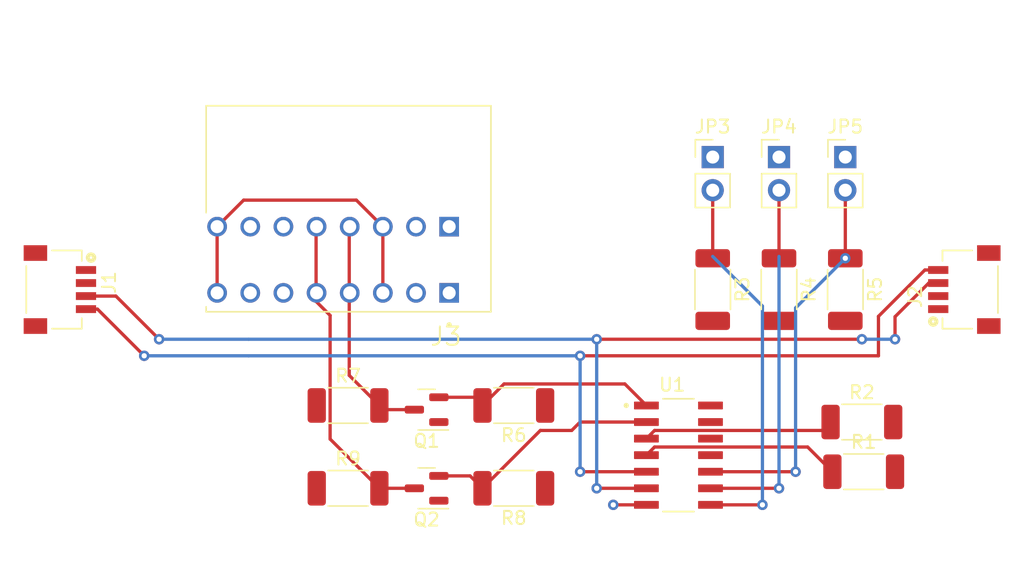
<source format=kicad_pcb>
(kicad_pcb (version 20221018) (generator pcbnew)
  (layers (0 "F.Cu" signal) (31 "B.Cu" signal) (34 "B.Paste" user) (35 "F.Paste" user) (36 "B.SilkS" user "B.Silkscreen") (37 "F.SilkS" user "F.Silkscreen") (38 "B.Mask" user) (39 "F.Mask" user) (44 "Edge.Cuts" user))
  (net 0 "")
  (net 1 "GND")
  (net 2 "VDD")
  (net 3 "Net-(U1-SDA)")
  (net 4 "Net-(U1-SCL)")
  (net 5 "+5v")
  (net 6 "Shield")
  (net 7 "Encoder_A")
  (net 8 "Encoder_B")
  (net 9 "A")
  (net 10 "B")
  (net 14 "Net-(U1-CE)")
  (net 15 "Net-(U1-Z)")
  (net 16 "Net-(JP3-B)")
  (net 17 "Net-(JP4-B)")
  (net 18 "Net-(JP5-B)")
  (footprint "LS7866-S:SOIC127P600X175-14N" (layer "F.Cu") (at 131.995 104.14)
    (fp_text reference "U1" (at -0.48 -5.3975) (layer "F.SilkS"))
    (fp_text value "LS7866-S")
    (fp_line (start -1.19 -4.325) (end 1.19 -4.325) (stroke (width 0.127)) (layer "F.SilkS"))
    (fp_line (start -1.19 4.325) (end 1.19 4.325) (stroke (width 0.127)) (layer "F.SilkS"))
    (fp_circle (center -4 -3.81) (end -3.9 -3.81) (stroke (width 0.2)) (fill none) (layer "F.SilkS"))
    (pad "1" smd roundrect (at -2.455 -3.81) (size 1.9 0.6) (layers "F.Cu" "F.Paste" "F.Mask") (roundrect_rratio 0.07) (net 9 "A"))
    (pad "2" smd roundrect (at -2.455 -2.54) (size 1.9 0.6) (layers "F.Cu" "F.Paste" "F.Mask") (roundrect_rratio 0.07) (net 10 "B"))
    (pad "3" smd roundrect (at -2.455 -1.27) (size 1.9 0.6) (layers "F.Cu" "F.Paste" "F.Mask") (roundrect_rratio 0.07) (net 15 "Net-(U1-Z)"))
    (pad "4" smd roundrect (at -2.455 0) (size 1.9 0.6) (layers "F.Cu" "F.Paste" "F.Mask") (roundrect_rratio 0.07) (net 14 "Net-(U1-CE)"))
    (pad "5" smd roundrect (at -2.455 1.27) (size 1.9 0.6) (layers "F.Cu" "F.Paste" "F.Mask") (roundrect_rratio 0.07) (net 4 "Net-(U1-SCL)"))
    (pad "6" smd roundrect (at -2.455 2.54) (size 1.9 0.6) (layers "F.Cu" "F.Paste" "F.Mask") (roundrect_rratio 0.07) (net 3 "Net-(U1-SDA)"))
    (pad "7" smd roundrect (at -2.455 3.81) (size 1.9 0.6) (layers "F.Cu" "F.Paste" "F.Mask") (roundrect_rratio 0.07) (net 1 "GND"))
    (pad "8" smd roundrect (at 2.455 3.81) (size 1.9 0.6) (layers "F.Cu" "F.Paste" "F.Mask") (roundrect_rratio 0.07) (net 16 "Net-(JP3-B)"))
    (pad "9" smd roundrect (at 2.455 2.54) (size 1.9 0.6) (layers "F.Cu" "F.Paste" "F.Mask") (roundrect_rratio 0.07) (net 17 "Net-(JP4-B)"))
    (pad "10" smd roundrect (at 2.455 1.27) (size 1.9 0.6) (layers "F.Cu" "F.Paste" "F.Mask") (roundrect_rratio 0.07) (net 18 "Net-(JP5-B)"))
    (pad "11" smd roundrect (at 2.455 0) (size 1.9 0.6) (layers "F.Cu" "F.Paste" "F.Mask") (roundrect_rratio 0.07))
    (pad "12" smd roundrect (at 2.455 -1.27) (size 1.9 0.6) (layers "F.Cu" "F.Paste" "F.Mask") (roundrect_rratio 0.07))
    (pad "13" smd roundrect (at 2.455 -2.54) (size 1.9 0.6) (layers "F.Cu" "F.Paste" "F.Mask") (roundrect_rratio 0.07))
    (pad "14" smd roundrect (at 2.455 -3.81) (size 1.9 0.6) (layers "F.Cu" "F.Paste" "F.Mask") (roundrect_rratio 0.07) (net 2 "VDD"))
  )
  (footprint "Connector_PinHeader_2.54mm:PinHeader_1x02_P2.54mm_Vertical" (layer "F.Cu") (at 134.62 81.28)
    (fp_text reference "JP3" (at 0 -2.33) (layer "F.SilkS"))
    (fp_text value "Jumper_2_Bridged")
    (fp_line (start -1.33 -1.33) (end 0 -1.33) (stroke (width 0.12)) (layer "F.SilkS"))
    (fp_line (start -1.33 0) (end -1.33 -1.33) (stroke (width 0.12)) (layer "F.SilkS"))
    (fp_line (start -1.33 1.27) (end -1.33 3.87) (stroke (width 0.12)) (layer "F.SilkS"))
    (fp_line (start -1.33 1.27) (end 1.33 1.27) (stroke (width 0.12)) (layer "F.SilkS"))
    (fp_line (start -1.33 3.87) (end 1.33 3.87) (stroke (width 0.12)) (layer "F.SilkS"))
    (fp_line (start 1.33 1.27) (end 1.33 3.87) (stroke (width 0.12)) (layer "F.SilkS"))
    (pad "1" thru_hole rect (at 0 0) (size 1.7 1.7) (drill 1) (layers "*.Cu" "*.Mask") (net 1 "GND"))
    (pad "2" thru_hole oval (at 0 2.54) (size 1.7 1.7) (drill 1) (layers "*.Cu" "*.Mask") (net 16 "Net-(JP3-B)"))
  )
  (footprint "Package_TO_SOT_SMD:SOT-23" (layer "F.Cu") (at 112.6975 106.68 180)
    (fp_text reference "Q2" (at 0 -2.4) (layer "F.SilkS"))
    (fp_text value "BSS138")
    (fp_line (start 0 -1.56) (end -1.675 -1.56) (stroke (width 0.12)) (layer "F.SilkS"))
    (fp_line (start 0 -1.56) (end 0.65 -1.56) (stroke (width 0.12)) (layer "F.SilkS"))
    (fp_line (start 0 1.56) (end -0.65 1.56) (stroke (width 0.12)) (layer "F.SilkS"))
    (fp_line (start 0 1.56) (end 0.65 1.56) (stroke (width 0.12)) (layer "F.SilkS"))
    (pad "1" smd roundrect (at -0.9375 -0.95 180) (size 1.475 0.6) (layers "F.Cu" "F.Paste" "F.Mask") (net 2 "VDD"))
    (pad "2" smd roundrect (at -0.9375 0.95 180) (size 1.475 0.6) (layers "F.Cu" "F.Paste" "F.Mask") (net 10 "B"))
    (pad "3" smd roundrect (at 0.9375 0 180) (size 1.475 0.6) (layers "F.Cu" "F.Paste" "F.Mask") (net 8 "Encoder_B"))
  )
  (footprint "Resistor_SMD:R_2010_5025Metric_Pad1.40x2.65mm_HandSolder" (layer "F.Cu") (at 146.19 105.41)
    (fp_text reference "R1" (at 0 -2.28) (layer "F.SilkS"))
    (fp_text value "300")
    (fp_line (start -1.527064 -1.36) (end 1.527064 -1.36) (stroke (width 0.12)) (layer "F.SilkS"))
    (fp_line (start -1.527064 1.36) (end 1.527064 1.36) (stroke (width 0.12)) (layer "F.SilkS"))
    (pad "1" smd roundrect (at -2.4 0) (size 1.4 2.65) (layers "F.Cu" "F.Paste" "F.Mask") (roundrect_rratio 0.178571) (net 14 "Net-(U1-CE)"))
    (pad "2" smd roundrect (at 2.4 0) (size 1.4 2.65) (layers "F.Cu" "F.Paste" "F.Mask") (roundrect_rratio 0.178571) (net 2 "VDD"))
  )
  (footprint "SM04B-SRSS-TB(LF)(SN):JST_SM04B-SRSS-TB_LF__SN_" (layer "F.Cu") (at 151.9 91.44 90)
    (fp_text reference "J2" (at -0.545095 -1.767685 90) (layer "F.SilkS") (effects (font (size 1.001173 1.001173))))
    (fp_text value "SM04B-SRSS-TB_LF__SN_")
    (fp_line (start -3 0.325) (end -3 2.6) (stroke (width 0.127)) (layer "F.SilkS"))
    (fp_line (start -2.2 0.325) (end -3 0.325) (stroke (width 0.127)) (layer "F.SilkS"))
    (fp_line (start -1.8 4.575) (end 1.8 4.575) (stroke (width 0.127)) (layer "F.SilkS"))
    (fp_line (start 2.2 0.325) (end 3 0.325) (stroke (width 0.127)) (layer "F.SilkS"))
    (fp_line (start 3 0.325) (end 3 2.6) (stroke (width 0.127)) (layer "F.SilkS"))
    (fp_circle (center -2.45 -0.385) (end -2.35 -0.385) (stroke (width 0.3)) (fill none) (layer "F.SilkS"))
    (pad "1" smd rect (at -1.5 0 90) (size 0.6 1.55) (layers "F.Cu" "F.Paste" "F.Mask") (net 1 "GND"))
    (pad "2" smd rect (at -0.5 0 90) (size 0.6 1.55) (layers "F.Cu" "F.Paste" "F.Mask") (net 2 "VDD"))
    (pad "3" smd rect (at 0.5 0 90) (size 0.6 1.55) (layers "F.Cu" "F.Paste" "F.Mask") (net 3 "Net-(U1-SDA)"))
    (pad "4" smd rect (at 1.5 0 90) (size 0.6 1.55) (layers "F.Cu" "F.Paste" "F.Mask") (net 4 "Net-(U1-SCL)"))
    (pad "S1" smd rect (at -2.8 3.875 270) (size 1.2 1.8) (layers "F.Cu" "F.Paste" "F.Mask") (net 1 "GND"))
    (pad "S2" smd rect (at 2.8 3.875 270) (size 1.2 1.8) (layers "F.Cu" "F.Paste" "F.Mask") (net 1 "GND"))
  )
  (footprint "Resistor_SMD:R_2010_5025Metric_Pad1.40x2.65mm_HandSolder" (layer "F.Cu") (at 106.68 106.68)
    (fp_text reference "R9" (at 0 -2.28) (layer "F.SilkS"))
    (fp_text value "10k")
    (fp_line (start -1.527064 -1.36) (end 1.527064 -1.36) (stroke (width 0.12)) (layer "F.SilkS"))
    (fp_line (start -1.527064 1.36) (end 1.527064 1.36) (stroke (width 0.12)) (layer "F.SilkS"))
    (pad "1" smd roundrect (at -2.4 0) (size 1.4 2.65) (layers "F.Cu" "F.Paste" "F.Mask") (roundrect_rratio 0.178571) (net 5 "+5v"))
    (pad "2" smd roundrect (at 2.4 0) (size 1.4 2.65) (layers "F.Cu" "F.Paste" "F.Mask") (roundrect_rratio 0.178571) (net 8 "Encoder_B"))
  )
  (footprint "Resistor_SMD:R_2010_5025Metric_Pad1.40x2.65mm_HandSolder" (layer "F.Cu") (at 144.78 91.44 -90)
    (fp_text reference "R5" (at 0 -2.28 90) (layer "F.SilkS"))
    (fp_text value "300")
    (fp_line (start -1.527064 -1.36) (end 1.527064 -1.36) (stroke (width 0.12)) (layer "F.SilkS"))
    (fp_line (start -1.527064 1.36) (end 1.527064 1.36) (stroke (width 0.12)) (layer "F.SilkS"))
    (pad "1" smd roundrect (at -2.4 0 270) (size 1.4 2.65) (layers "F.Cu" "F.Paste" "F.Mask") (roundrect_rratio 0.178571) (net 18 "Net-(JP5-B)"))
    (pad "2" smd roundrect (at 2.4 0 270) (size 1.4 2.65) (layers "F.Cu" "F.Paste" "F.Mask") (roundrect_rratio 0.178571) (net 2 "VDD"))
  )
  (footprint "TBL009-254-08GY-2GY:CUI_TBL009-254-08GY-2GY" (layer "F.Cu") (at 114.427 91.694 180)
    (fp_text reference "J3" (at 0.245 -3.339) (layer "F.SilkS") (effects (font (size 1.4 1.4))))
    (fp_text value "TBL009-254-08GY-2GY")
    (fp_line (start -3.2 -1.45) (end 18.62 -1.45) (stroke (width 0.127)) (layer "F.SilkS"))
    (fp_line (start -3.2 14.35) (end -3.2 -1.45) (stroke (width 0.127)) (layer "F.SilkS"))
    (fp_line (start 18.62 -1.45) (end 18.62 -1.07) (stroke (width 0.127)) (layer "F.SilkS"))
    (fp_line (start 18.62 6.15) (end 18.62 14.35) (stroke (width 0.127)) (layer "F.SilkS"))
    (fp_line (start 18.62 14.35) (end -3.2 14.35) (stroke (width 0.127)) (layer "F.SilkS"))
    (fp_circle (center 0 -2.45) (end 0.1 -2.45) (stroke (width 0.2)) (fill none) (layer "F.SilkS"))
    (pad "1_A" thru_hole rect (at 0 0 180) (size 1.508 1.508) (drill 1) (layers "*.Cu" "*.Mask") (net 5 "+5v"))
    (pad "1_B" thru_hole rect (at 0 5.08 180) (size 1.508 1.508) (drill 1) (layers "*.Cu" "*.Mask") (net 5 "+5v"))
    (pad "2_A" thru_hole circle (at 2.54 0 180) (size 1.508 1.508) (drill 1) (layers "*.Cu" "*.Mask") (net 1 "GND"))
    (pad "2_B" thru_hole circle (at 2.54 5.08 180) (size 1.508 1.508) (drill 1) (layers "*.Cu" "*.Mask") (net 1 "GND"))
    (pad "3_A" thru_hole circle (at 5.08 0 180) (size 1.508 1.508) (drill 1) (layers "*.Cu" "*.Mask") (net 6 "Shield"))
    (pad "3_B" thru_hole circle (at 5.08 5.08 180) (size 1.508 1.508) (drill 1) (layers "*.Cu" "*.Mask") (net 6 "Shield"))
    (pad "4_A" thru_hole circle (at 7.62 0 180) (size 1.508 1.508) (drill 1) (layers "*.Cu" "*.Mask") (net 7 "Encoder_A"))
    (pad "4_B" thru_hole circle (at 7.62 5.08 180) (size 1.508 1.508) (drill 1) (layers "*.Cu" "*.Mask") (net 7 "Encoder_A"))
    (pad "5_A" thru_hole circle (at 10.16 0 180) (size 1.508 1.508) (drill 1) (layers "*.Cu" "*.Mask") (net 8 "Encoder_B"))
    (pad "5_B" thru_hole circle (at 10.16 5.08 180) (size 1.508 1.508) (drill 1) (layers "*.Cu" "*.Mask") (net 8 "Encoder_B"))
    (pad "6_A" thru_hole circle (at 12.7 0 180) (size 1.508 1.508) (drill 1) (layers "*.Cu" "*.Mask") (net 5 "+5v"))
    (pad "6_B" thru_hole circle (at 12.7 5.08 180) (size 1.508 1.508) (drill 1) (layers "*.Cu" "*.Mask") (net 5 "+5v"))
    (pad "7_A" thru_hole circle (at 15.24 0 180) (size 1.508 1.508) (drill 1) (layers "*.Cu" "*.Mask") (net 1 "GND"))
    (pad "7_B" thru_hole circle (at 15.24 5.08 180) (size 1.508 1.508) (drill 1) (layers "*.Cu" "*.Mask") (net 1 "GND"))
    (pad "8_A" thru_hole circle (at 17.78 0 180) (size 1.508 1.508) (drill 1) (layers "*.Cu" "*.Mask") (net 6 "Shield"))
    (pad "8_B" thru_hole circle (at 17.78 5.08 180) (size 1.508 1.508) (drill 1) (layers "*.Cu" "*.Mask") (net 6 "Shield"))
  )
  (footprint "Connector_PinHeader_2.54mm:PinHeader_1x02_P2.54mm_Vertical" (layer "F.Cu") (at 144.78 81.28)
    (fp_text reference "JP5" (at 0 -2.33) (layer "F.SilkS"))
    (fp_text value "Jumper_2_Bridged")
    (fp_line (start -1.33 -1.33) (end 0 -1.33) (stroke (width 0.12)) (layer "F.SilkS"))
    (fp_line (start -1.33 0) (end -1.33 -1.33) (stroke (width 0.12)) (layer "F.SilkS"))
    (fp_line (start -1.33 1.27) (end -1.33 3.87) (stroke (width 0.12)) (layer "F.SilkS"))
    (fp_line (start -1.33 1.27) (end 1.33 1.27) (stroke (width 0.12)) (layer "F.SilkS"))
    (fp_line (start -1.33 3.87) (end 1.33 3.87) (stroke (width 0.12)) (layer "F.SilkS"))
    (fp_line (start 1.33 1.27) (end 1.33 3.87) (stroke (width 0.12)) (layer "F.SilkS"))
    (pad "1" thru_hole rect (at 0 0) (size 1.7 1.7) (drill 1) (layers "*.Cu" "*.Mask") (net 1 "GND"))
    (pad "2" thru_hole oval (at 0 2.54) (size 1.7 1.7) (drill 1) (layers "*.Cu" "*.Mask") (net 18 "Net-(JP5-B)"))
  )
  (footprint "Resistor_SMD:R_2010_5025Metric_Pad1.40x2.65mm_HandSolder" (layer "F.Cu") (at 106.68 100.33)
    (fp_text reference "R7" (at 0 -2.28) (layer "F.SilkS"))
    (fp_text value "10k")
    (fp_line (start -1.527064 -1.36) (end 1.527064 -1.36) (stroke (width 0.12)) (layer "F.SilkS"))
    (fp_line (start -1.527064 1.36) (end 1.527064 1.36) (stroke (width 0.12)) (layer "F.SilkS"))
    (pad "1" smd roundrect (at -2.4 0) (size 1.4 2.65) (layers "F.Cu" "F.Paste" "F.Mask") (roundrect_rratio 0.178571) (net 5 "+5v"))
    (pad "2" smd roundrect (at 2.4 0) (size 1.4 2.65) (layers "F.Cu" "F.Paste" "F.Mask") (roundrect_rratio 0.178571) (net 7 "Encoder_A"))
  )
  (footprint "Connector_PinHeader_2.54mm:PinHeader_1x02_P2.54mm_Vertical" (layer "F.Cu") (at 139.7 81.28)
    (fp_text reference "JP4" (at 0 -2.33) (layer "F.SilkS"))
    (fp_text value "Jumper_2_Bridged")
    (fp_line (start -1.33 -1.33) (end 0 -1.33) (stroke (width 0.12)) (layer "F.SilkS"))
    (fp_line (start -1.33 0) (end -1.33 -1.33) (stroke (width 0.12)) (layer "F.SilkS"))
    (fp_line (start -1.33 1.27) (end -1.33 3.87) (stroke (width 0.12)) (layer "F.SilkS"))
    (fp_line (start -1.33 1.27) (end 1.33 1.27) (stroke (width 0.12)) (layer "F.SilkS"))
    (fp_line (start -1.33 3.87) (end 1.33 3.87) (stroke (width 0.12)) (layer "F.SilkS"))
    (fp_line (start 1.33 1.27) (end 1.33 3.87) (stroke (width 0.12)) (layer "F.SilkS"))
    (pad "1" thru_hole rect (at 0 0) (size 1.7 1.7) (drill 1) (layers "*.Cu" "*.Mask") (net 1 "GND"))
    (pad "2" thru_hole oval (at 0 2.54) (size 1.7 1.7) (drill 1) (layers "*.Cu" "*.Mask") (net 17 "Net-(JP4-B)"))
  )
  (footprint "Resistor_SMD:R_2010_5025Metric_Pad1.40x2.65mm_HandSolder" (layer "F.Cu") (at 139.7 91.44 -90)
    (fp_text reference "R4" (at 0 -2.28 90) (layer "F.SilkS"))
    (fp_text value "300")
    (fp_line (start -1.527064 -1.36) (end 1.527064 -1.36) (stroke (width 0.12)) (layer "F.SilkS"))
    (fp_line (start -1.527064 1.36) (end 1.527064 1.36) (stroke (width 0.12)) (layer "F.SilkS"))
    (pad "1" smd roundrect (at -2.4 0 270) (size 1.4 2.65) (layers "F.Cu" "F.Paste" "F.Mask") (roundrect_rratio 0.178571) (net 17 "Net-(JP4-B)"))
    (pad "2" smd roundrect (at 2.4 0 270) (size 1.4 2.65) (layers "F.Cu" "F.Paste" "F.Mask") (roundrect_rratio 0.178571) (net 2 "VDD"))
  )
  (footprint "Resistor_SMD:R_2010_5025Metric_Pad1.40x2.65mm_HandSolder" (layer "F.Cu") (at 146.05 101.6)
    (fp_text reference "R2" (at 0 -2.28) (layer "F.SilkS"))
    (fp_text value "300")
    (fp_line (start -1.527064 -1.36) (end 1.527064 -1.36) (stroke (width 0.12)) (layer "F.SilkS"))
    (fp_line (start -1.527064 1.36) (end 1.527064 1.36) (stroke (width 0.12)) (layer "F.SilkS"))
    (pad "1" smd roundrect (at -2.4 0) (size 1.4 2.65) (layers "F.Cu" "F.Paste" "F.Mask") (roundrect_rratio 0.178571) (net 15 "Net-(U1-Z)"))
    (pad "2" smd roundrect (at 2.4 0) (size 1.4 2.65) (layers "F.Cu" "F.Paste" "F.Mask") (roundrect_rratio 0.178571) (net 2 "VDD"))
  )
  (footprint "SM04B-SRSS-TB(LF)(SN):JST_SM04B-SRSS-TB_LF__SN_" (layer "F.Cu") (at 86.6 91.44 -90)
    (fp_text reference "J1" (at -0.545095 -1.767685 90) (layer "F.SilkS") (effects (font (size 1.001173 1.001173))))
    (fp_text value "SM04B-SRSS-TB_LF__SN_")
    (fp_line (start -3 0.325) (end -3 2.6) (stroke (width 0.127)) (layer "F.SilkS"))
    (fp_line (start -2.2 0.325) (end -3 0.325) (stroke (width 0.127)) (layer "F.SilkS"))
    (fp_line (start -1.8 4.575) (end 1.8 4.575) (stroke (width 0.127)) (layer "F.SilkS"))
    (fp_line (start 2.2 0.325) (end 3 0.325) (stroke (width 0.127)) (layer "F.SilkS"))
    (fp_line (start 3 0.325) (end 3 2.6) (stroke (width 0.127)) (layer "F.SilkS"))
    (fp_circle (center -2.45 -0.385) (end -2.35 -0.385) (stroke (width 0.3)) (fill none) (layer "F.SilkS"))
    (pad "1" smd rect (at -1.5 0 270) (size 0.6 1.55) (layers "F.Cu" "F.Paste" "F.Mask") (net 1 "GND"))
    (pad "2" smd rect (at -0.5 0 270) (size 0.6 1.55) (layers "F.Cu" "F.Paste" "F.Mask") (net 2 "VDD"))
    (pad "3" smd rect (at 0.5 0 270) (size 0.6 1.55) (layers "F.Cu" "F.Paste" "F.Mask") (net 3 "Net-(U1-SDA)"))
    (pad "4" smd rect (at 1.5 0 270) (size 0.6 1.55) (layers "F.Cu" "F.Paste" "F.Mask") (net 4 "Net-(U1-SCL)"))
    (pad "S1" smd rect (at -2.8 3.875 90) (size 1.2 1.8) (layers "F.Cu" "F.Paste" "F.Mask") (net 1 "GND"))
    (pad "S2" smd rect (at 2.8 3.875 90) (size 1.2 1.8) (layers "F.Cu" "F.Paste" "F.Mask") (net 1 "GND"))
  )
  (footprint "Package_TO_SOT_SMD:SOT-23" (layer "F.Cu") (at 112.6975 100.65 180)
    (fp_text reference "Q1" (at 0 -2.4) (layer "F.SilkS"))
    (fp_text value "BSS138")
    (fp_line (start 0 -1.56) (end -1.675 -1.56) (stroke (width 0.12)) (layer "F.SilkS"))
    (fp_line (start 0 -1.56) (end 0.65 -1.56) (stroke (width 0.12)) (layer "F.SilkS"))
    (fp_line (start 0 1.56) (end -0.65 1.56) (stroke (width 0.12)) (layer "F.SilkS"))
    (fp_line (start 0 1.56) (end 0.65 1.56) (stroke (width 0.12)) (layer "F.SilkS"))
    (pad "1" smd roundrect (at -0.9375 -0.95 180) (size 1.475 0.6) (layers "F.Cu" "F.Paste" "F.Mask") (net 2 "VDD"))
    (pad "2" smd roundrect (at -0.9375 0.95 180) (size 1.475 0.6) (layers "F.Cu" "F.Paste" "F.Mask") (net 9 "A"))
    (pad "3" smd roundrect (at 0.9375 0 180) (size 1.475 0.6) (layers "F.Cu" "F.Paste" "F.Mask") (net 7 "Encoder_A"))
  )
  (footprint "Resistor_SMD:R_2010_5025Metric_Pad1.40x2.65mm_HandSolder" (layer "F.Cu") (at 119.38 106.68 180)
    (fp_text reference "R8" (at 0 -2.28) (layer "F.SilkS"))
    (fp_text value "10k")
    (fp_line (start -1.527064 -1.36) (end 1.527064 -1.36) (stroke (width 0.12)) (layer "F.SilkS"))
    (fp_line (start -1.527064 1.36) (end 1.527064 1.36) (stroke (width 0.12)) (layer "F.SilkS"))
    (pad "1" smd roundrect (at -2.4 0 180) (size 1.4 2.65) (layers "F.Cu" "F.Paste" "F.Mask") (roundrect_rratio 0.178571) (net 2 "VDD"))
    (pad "2" smd roundrect (at 2.4 0 180) (size 1.4 2.65) (layers "F.Cu" "F.Paste" "F.Mask") (roundrect_rratio 0.178571) (net 10 "B"))
  )
  (footprint "Resistor_SMD:R_2010_5025Metric_Pad1.40x2.65mm_HandSolder" (layer "F.Cu") (at 119.38 100.33 180)
    (fp_text reference "R6" (at 0 -2.28) (layer "F.SilkS"))
    (fp_text value "10k")
    (fp_line (start -1.527064 -1.36) (end 1.527064 -1.36) (stroke (width 0.12)) (layer "F.SilkS"))
    (fp_line (start -1.527064 1.36) (end 1.527064 1.36) (stroke (width 0.12)) (layer "F.SilkS"))
    (pad "1" smd roundrect (at -2.4 0 180) (size 1.4 2.65) (layers "F.Cu" "F.Paste" "F.Mask") (roundrect_rratio 0.178571) (net 2 "VDD"))
    (pad "2" smd roundrect (at 2.4 0 180) (size 1.4 2.65) (layers "F.Cu" "F.Paste" "F.Mask") (roundrect_rratio 0.178571) (net 9 "A"))
  )
  (footprint "Resistor_SMD:R_2010_5025Metric_Pad1.40x2.65mm_HandSolder" (layer "F.Cu") (at 134.62 91.44 -90)
    (fp_text reference "R3" (at 0 -2.28 90) (layer "F.SilkS"))
    (fp_text value "300")
    (fp_line (start -1.527064 -1.36) (end 1.527064 -1.36) (stroke (width 0.12)) (layer "F.SilkS"))
    (fp_line (start -1.527064 1.36) (end 1.527064 1.36) (stroke (width 0.12)) (layer "F.SilkS"))
    (pad "1" smd roundrect (at -2.4 0 270) (size 1.4 2.65) (layers "F.Cu" "F.Paste" "F.Mask") (roundrect_rratio 0.178571) (net 16 "Net-(JP3-B)"))
    (pad "2" smd roundrect (at 2.4 0 270) (size 1.4 2.65) (layers "F.Cu" "F.Paste" "F.Mask") (roundrect_rratio 0.178571) (net 2 "VDD"))
  )
  (segment (start 129.54 107.95) (end 127 107.95) (width 0.25) (layer "F.Cu") (net 1))
  (via (at 127 107.95) (size 0.8) (drill 0.4) (layers "F.Cu" "B.Cu") (net 1))
  (segment (start 92.202 95.25) (end 88.892 91.94) (width 0.25) (layer "F.Cu") (net 3))
  (segment (start 148.59 93.525) (end 151.175 90.94) (width 0.25) (layer "F.Cu") (net 3))
  (segment (start 88.892 91.94) (end 86.6 91.94) (width 0.25) (layer "F.Cu") (net 3))
  (segment (start 148.59 95.25) (end 148.59 93.525) (width 0.25) (layer "F.Cu") (net 3))
  (segment (start 129.54 106.68) (end 125.73 106.68) (width 0.25) (layer "F.Cu") (net 3))
  (segment (start 151.175 90.94) (end 151.9 90.94) (width 0.25) (layer "F.Cu") (net 3))
  (segment (start 125.73 95.25) (end 146.05 95.25) (width 0.25) (layer "F.Cu") (net 3))
  (via (at 125.73 95.25) (size 0.8) (drill 0.4) (layers "F.Cu" "B.Cu") (net 3))
  (via (at 148.59 95.25) (size 0.8) (drill 0.4) (layers "F.Cu" "B.Cu") (net 3))
  (via (at 146.05 95.25) (size 0.8) (drill 0.4) (layers "F.Cu" "B.Cu") (net 3))
  (via (at 92.202 95.25) (size 0.8) (drill 0.4) (layers "F.Cu" "B.Cu") (net 3))
  (via (at 125.73 106.68) (size 0.8) (drill 0.4) (layers "F.Cu" "B.Cu") (net 3))
  (segment (start 99.06 95.25) (end 125.73 95.25) (width 0.25) (layer "B.Cu") (net 3))
  (segment (start 125.73 106.68) (end 125.73 95.25) (width 0.25) (layer "B.Cu") (net 3))
  (segment (start 146.05 95.25) (end 148.59 95.25) (width 0.25) (layer "B.Cu") (net 3))
  (segment (start 99.06 95.25) (end 92.202 95.25) (width 0.25) (layer "B.Cu") (net 3))
  (segment (start 87.479 92.94) (end 86.6 92.94) (width 0.25) (layer "F.Cu") (net 4))
  (segment (start 91.059 96.52) (end 87.479 92.94) (width 0.25) (layer "F.Cu") (net 4))
  (segment (start 147.32 96.52) (end 147.32 93.495) (width 0.25) (layer "F.Cu") (net 4))
  (segment (start 147.32 93.495) (end 150.875 89.94) (width 0.25) (layer "F.Cu") (net 4))
  (segment (start 150.875 89.94) (end 151.9 89.94) (width 0.25) (layer "F.Cu") (net 4))
  (segment (start 129.54 105.41) (end 124.46 105.41) (width 0.25) (layer "F.Cu") (net 4))
  (segment (start 124.46 96.52) (end 147.32 96.52) (width 0.25) (layer "F.Cu") (net 4))
  (via (at 91.059 96.52) (size 0.8) (drill 0.4) (layers "F.Cu" "B.Cu") (net 4))
  (via (at 124.46 96.52) (size 0.8) (drill 0.4) (layers "F.Cu" "B.Cu") (net 4))
  (via (at 124.46 105.41) (size 0.8) (drill 0.4) (layers "F.Cu" "B.Cu") (net 4))
  (segment (start 99.06 96.52) (end 124.46 96.52) (width 0.25) (layer "B.Cu") (net 4))
  (segment (start 99.06 96.52) (end 91.059 96.52) (width 0.25) (layer "B.Cu") (net 4))
  (segment (start 124.46 105.41) (end 124.46 96.52) (width 0.25) (layer "B.Cu") (net 4))
  (segment (start 96.647 91.694) (end 96.647 86.614) (width 0.25) (layer "F.Cu") (net 6))
  (segment (start 98.679 84.582) (end 107.315 84.582) (width 0.25) (layer "F.Cu") (net 6))
  (segment (start 107.315 84.582) (end 109.347 86.614) (width 0.25) (layer "F.Cu") (net 6))
  (segment (start 109.347 91.694) (end 109.347 86.614) (width 0.25) (layer "F.Cu") (net 6))
  (segment (start 96.647 86.614) (end 98.679 84.582) (width 0.25) (layer "F.Cu") (net 6))
  (segment (start 111.76 100.65) (end 109.4 100.65) (width 0.25) (layer "F.Cu") (net 7))
  (segment (start 106.77 98.02) (end 109.08 100.33) (width 0.25) (layer "F.Cu") (net 7))
  (segment (start 106.77 87.2675) (end 106.77 92.3475) (width 0.25) (layer "F.Cu") (net 7))
  (segment (start 106.77 92.3475) (end 106.77 98.02) (width 0.25) (layer "F.Cu") (net 7))
  (segment (start 109.4 100.65) (end 109.08 100.33) (width 0.25) (layer "F.Cu") (net 7))
  (segment (start 105.305 102.905) (end 109.08 106.68) (width 0.25) (layer "F.Cu") (net 8))
  (segment (start 111.76 106.68) (end 109.08 106.68) (width 0.25) (layer "F.Cu") (net 8))
  (segment (start 105.305 93.4225) (end 105.305 102.905) (width 0.25) (layer "F.Cu") (net 8))
  (segment (start 104.23 92.3475) (end 105.305 93.4225) (width 0.25) (layer "F.Cu") (net 8))
  (segment (start 104.23 87.2675) (end 104.23 92.3475) (width 0.25) (layer "F.Cu") (net 8))
  (segment (start 127.89 98.68) (end 129.54 100.33) (width 0.25) (layer "F.Cu") (net 9))
  (segment (start 113.635 99.7) (end 116.35 99.7) (width 0.25) (layer "F.Cu") (net 9))
  (segment (start 116.35 99.7) (end 116.98 100.33) (width 0.25) (layer "F.Cu") (net 9))
  (segment (start 116.98 100.33) (end 118.63 98.68) (width 0.25) (layer "F.Cu") (net 9))
  (segment (start 118.63 98.68) (end 127.89 98.68) (width 0.25) (layer "F.Cu") (net 9))
  (segment (start 121.415 102.245) (end 123.815 102.245) (width 0.25) (layer "F.Cu") (net 10))
  (segment (start 113.635 105.73) (end 116.03 105.73) (width 0.25) (layer "F.Cu") (net 10))
  (segment (start 124.46 101.6) (end 129.54 101.6) (width 0.25) (layer "F.Cu") (net 10))
  (segment (start 123.815 102.245) (end 124.46 101.6) (width 0.25) (layer "F.Cu") (net 10))
  (segment (start 116.03 105.73) (end 116.98 106.68) (width 0.25) (layer "F.Cu") (net 10))
  (segment (start 116.98 106.68) (end 121.415 102.245) (width 0.25) (layer "F.Cu") (net 10))
  (segment (start 130.165 103.515) (end 141.895 103.515) (width 0.25) (layer "F.Cu") (net 14))
  (segment (start 129.54 104.14) (end 130.165 103.515) (width 0.25) (layer "F.Cu") (net 14))
  (segment (start 141.895 103.515) (end 143.79 105.41) (width 0.25) (layer "F.Cu") (net 14))
  (segment (start 129.54 102.87) (end 130.165 102.245) (width 0.25) (layer "F.Cu") (net 15))
  (segment (start 143.005 102.245) (end 143.65 101.6) (width 0.25) (layer "F.Cu") (net 15))
  (segment (start 130.165 102.245) (end 143.005 102.245) (width 0.25) (layer "F.Cu") (net 15))
  (segment (start 134.62 83.82) (end 134.62 89.04) (width 0.25) (layer "F.Cu") (net 16))
  (segment (start 134.45 107.95) (end 138.43 107.95) (width 0.25) (layer "F.Cu") (net 16))
  (via (at 138.43 107.95) (size 0.8) (drill 0.4) (layers "F.Cu" "B.Cu") (net 16))
  (segment (start 138.43 107.95) (end 138.43 92.71) (width 0.25) (layer "B.Cu") (net 16))
  (segment (start 138.43 92.71) (end 134.62 88.9) (width 0.25) (layer "B.Cu") (net 16))
  (segment (start 134.45 106.68) (end 139.7 106.68) (width 0.25) (layer "F.Cu") (net 17))
  (segment (start 139.7 83.82) (end 139.7 89.04) (width 0.25) (layer "F.Cu") (net 17))
  (via (at 139.7 106.68) (size 0.8) (drill 0.4) (layers "F.Cu" "B.Cu") (net 17))
  (segment (start 139.7 106.68) (end 139.7 88.9) (width 0.25) (layer "B.Cu") (net 17))
  (segment (start 144.78 83.82) (end 144.78 89.04) (width 0.25) (layer "F.Cu") (net 18))
  (segment (start 134.45 105.41) (end 140.97 105.41) (width 0.25) (layer "F.Cu") (net 18))
  (via (at 144.78 89.04) (size 0.8) (drill 0.4) (layers "F.Cu" "B.Cu") (net 18))
  (via (at 140.97 105.41) (size 0.8) (drill 0.4) (layers "F.Cu" "B.Cu") (net 18))
  (segment (start 140.97 92.85) (end 144.78 89.04) (width 0.25) (layer "B.Cu") (net 18))
  (segment (start 140.97 105.41) (end 140.97 92.85) (width 0.25) (layer "B.Cu") (net 18))
)
</source>
